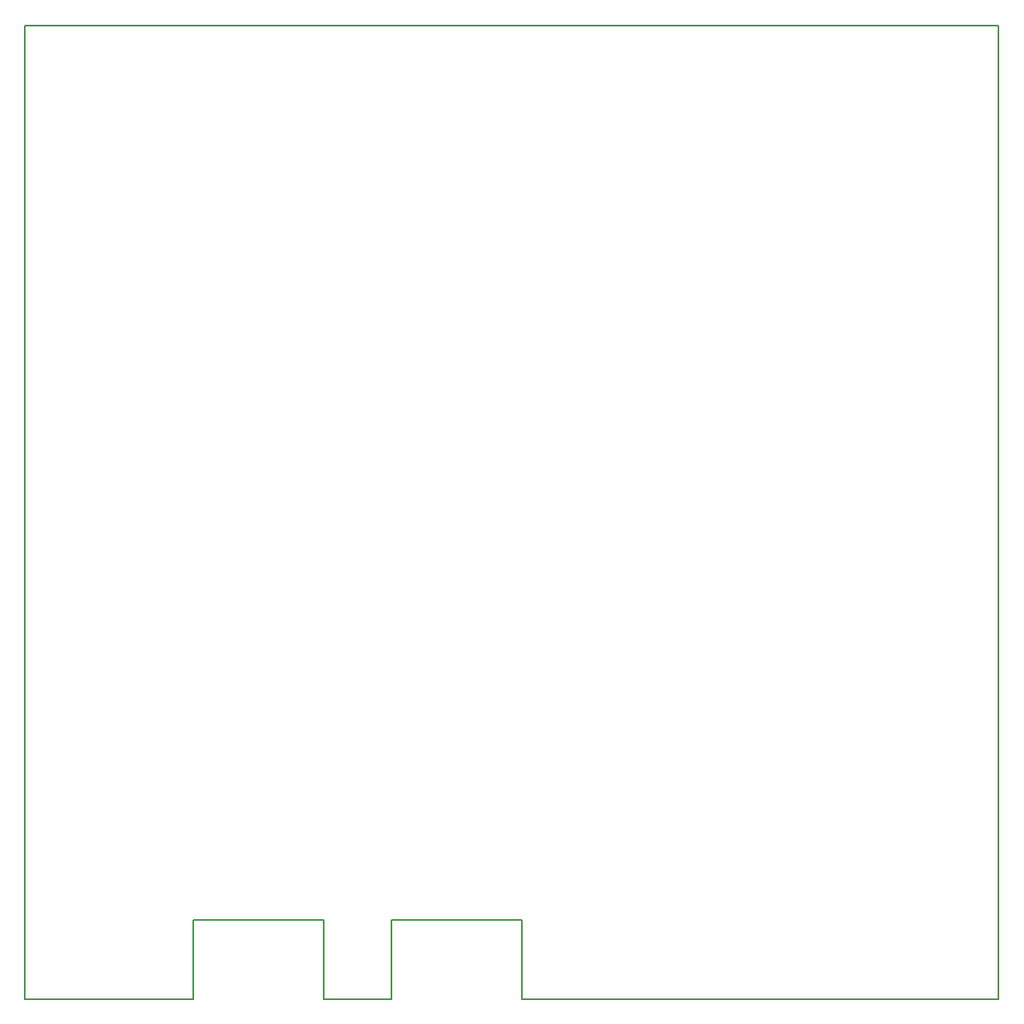
<source format=gm1>
%TF.GenerationSoftware,KiCad,Pcbnew,(5.0.1)-3*%
%TF.CreationDate,2018-12-23T11:37:47+11:00*%
%TF.ProjectId,1Wire-LEDController,31576972652D4C4544436F6E74726F6C,1.2*%
%TF.SameCoordinates,Original*%
%TF.FileFunction,Profile,NP*%
%FSLAX46Y46*%
G04 Gerber Fmt 4.6, Leading zero omitted, Abs format (unit mm)*
G04 Created by KiCad (PCBNEW (5.0.1)-3) date 23/12/2018 11:37:47 AM*
%MOMM*%
%LPD*%
G01*
G04 APERTURE LIST*
%ADD10C,0.150000*%
G04 APERTURE END LIST*
D10*
X180721000Y-160528000D02*
X229616000Y-160528000D01*
X180721000Y-152400000D02*
X180721000Y-160528000D01*
X167322500Y-152400000D02*
X180721000Y-152400000D01*
X167322500Y-160528000D02*
X167322500Y-152400000D01*
X160401000Y-160528000D02*
X167322500Y-160528000D01*
X160401000Y-152400000D02*
X160401000Y-160528000D01*
X147002500Y-152400000D02*
X160401000Y-152400000D01*
X147002500Y-160528000D02*
X147002500Y-152400000D01*
X129794000Y-160528000D02*
X147002500Y-160528000D01*
X129794000Y-160528000D02*
X129794000Y-60706000D01*
X229616000Y-60706000D02*
X229616000Y-160528000D01*
X129794000Y-60706000D02*
X229616000Y-60706000D01*
M02*

</source>
